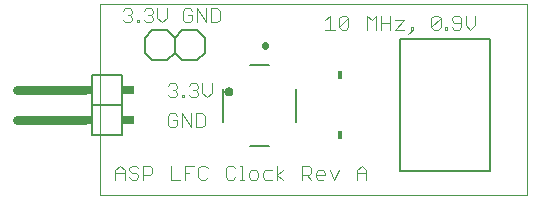
<source format=gto>
G75*
G70*
%OFA0B0*%
%FSLAX24Y24*%
%IPPOS*%
%LPD*%
%AMOC8*
5,1,8,0,0,1.08239X$1,22.5*
%
%ADD10C,0.0000*%
%ADD11C,0.0040*%
%ADD12C,0.0050*%
%ADD13C,0.0080*%
%ADD14C,0.0060*%
%ADD15C,0.0300*%
%ADD16R,0.0200X0.0300*%
%ADD17R,0.0400X0.0300*%
%ADD18R,0.0180X0.0300*%
%ADD19C,0.0220*%
D10*
X003000Y000100D02*
X003000Y006470D01*
X017242Y006470D01*
X017242Y000100D01*
X003000Y000100D01*
D11*
X003520Y000620D02*
X003520Y000927D01*
X003673Y001080D01*
X003827Y000927D01*
X003827Y000620D01*
X003980Y000697D02*
X004057Y000620D01*
X004211Y000620D01*
X004287Y000697D01*
X004287Y000773D01*
X004211Y000850D01*
X004057Y000850D01*
X003980Y000927D01*
X003980Y001004D01*
X004057Y001080D01*
X004211Y001080D01*
X004287Y001004D01*
X004441Y001080D02*
X004671Y001080D01*
X004748Y001004D01*
X004748Y000850D01*
X004671Y000773D01*
X004441Y000773D01*
X004441Y000620D02*
X004441Y001080D01*
X003827Y000850D02*
X003520Y000850D01*
X005362Y000620D02*
X005668Y000620D01*
X005822Y000620D02*
X005822Y001080D01*
X006129Y001080D01*
X006282Y001004D02*
X006282Y000697D01*
X006359Y000620D01*
X006513Y000620D01*
X006589Y000697D01*
X005975Y000850D02*
X005822Y000850D01*
X006282Y001004D02*
X006359Y001080D01*
X006513Y001080D01*
X006589Y001004D01*
X007203Y001004D02*
X007203Y000697D01*
X007280Y000620D01*
X007433Y000620D01*
X007510Y000697D01*
X007664Y000620D02*
X007817Y000620D01*
X007740Y000620D02*
X007740Y001080D01*
X007664Y001080D01*
X007510Y001004D02*
X007433Y001080D01*
X007280Y001080D01*
X007203Y001004D01*
X007970Y000850D02*
X007970Y000697D01*
X008047Y000620D01*
X008201Y000620D01*
X008277Y000697D01*
X008277Y000850D01*
X008201Y000927D01*
X008047Y000927D01*
X007970Y000850D01*
X008431Y000850D02*
X008431Y000697D01*
X008508Y000620D01*
X008738Y000620D01*
X008891Y000620D02*
X008891Y001080D01*
X008738Y000927D02*
X008508Y000927D01*
X008431Y000850D01*
X008891Y000773D02*
X009121Y000927D01*
X008891Y000773D02*
X009121Y000620D01*
X009735Y000620D02*
X009735Y001080D01*
X009965Y001080D01*
X010042Y001004D01*
X010042Y000850D01*
X009965Y000773D01*
X009735Y000773D01*
X009889Y000773D02*
X010042Y000620D01*
X010196Y000697D02*
X010196Y000850D01*
X010272Y000927D01*
X010426Y000927D01*
X010503Y000850D01*
X010503Y000773D01*
X010196Y000773D01*
X010196Y000697D02*
X010272Y000620D01*
X010426Y000620D01*
X010810Y000620D02*
X010963Y000927D01*
X010656Y000927D02*
X010810Y000620D01*
X011577Y000620D02*
X011577Y000927D01*
X011730Y001080D01*
X011884Y000927D01*
X011884Y000620D01*
X011884Y000850D02*
X011577Y000850D01*
X006498Y002447D02*
X006498Y002754D01*
X006421Y002830D01*
X006191Y002830D01*
X006191Y002370D01*
X006421Y002370D01*
X006498Y002447D01*
X006037Y002370D02*
X006037Y002830D01*
X005730Y002830D02*
X006037Y002370D01*
X005730Y002370D02*
X005730Y002830D01*
X005577Y002754D02*
X005500Y002830D01*
X005347Y002830D01*
X005270Y002754D01*
X005270Y002447D01*
X005347Y002370D01*
X005500Y002370D01*
X005577Y002447D01*
X005577Y002600D01*
X005423Y002600D01*
X005347Y003370D02*
X005270Y003447D01*
X005347Y003370D02*
X005500Y003370D01*
X005577Y003447D01*
X005577Y003523D01*
X005500Y003600D01*
X005423Y003600D01*
X005500Y003600D02*
X005577Y003677D01*
X005577Y003754D01*
X005500Y003830D01*
X005347Y003830D01*
X005270Y003754D01*
X005730Y003447D02*
X005807Y003447D01*
X005807Y003370D01*
X005730Y003370D01*
X005730Y003447D01*
X005961Y003447D02*
X006037Y003370D01*
X006191Y003370D01*
X006268Y003447D01*
X006268Y003523D01*
X006191Y003600D01*
X006114Y003600D01*
X006191Y003600D02*
X006268Y003677D01*
X006268Y003754D01*
X006191Y003830D01*
X006037Y003830D01*
X005961Y003754D01*
X006421Y003830D02*
X006421Y003523D01*
X006574Y003370D01*
X006728Y003523D01*
X006728Y003830D01*
X010520Y005620D02*
X010827Y005620D01*
X010673Y005620D02*
X010673Y006080D01*
X010520Y005927D01*
X010980Y006004D02*
X010980Y005697D01*
X011287Y006004D01*
X011287Y005697D01*
X011211Y005620D01*
X011057Y005620D01*
X010980Y005697D01*
X010980Y006004D02*
X011057Y006080D01*
X011211Y006080D01*
X011287Y006004D01*
X011901Y006080D02*
X012055Y005927D01*
X012208Y006080D01*
X012208Y005620D01*
X012362Y005620D02*
X012362Y006080D01*
X012668Y006080D02*
X012668Y005620D01*
X012822Y005620D02*
X013129Y005620D01*
X013282Y005467D02*
X013436Y005620D01*
X013359Y005620D01*
X013359Y005697D01*
X013436Y005697D01*
X013436Y005620D01*
X013129Y005927D02*
X012822Y005620D01*
X012668Y005850D02*
X012362Y005850D01*
X012822Y005927D02*
X013129Y005927D01*
X014050Y006004D02*
X014050Y005697D01*
X014357Y006004D01*
X014357Y005697D01*
X014280Y005620D01*
X014126Y005620D01*
X014050Y005697D01*
X014510Y005697D02*
X014510Y005620D01*
X014587Y005620D01*
X014587Y005697D01*
X014510Y005697D01*
X014740Y005697D02*
X014817Y005620D01*
X014970Y005620D01*
X015047Y005697D01*
X015047Y006004D01*
X014970Y006080D01*
X014817Y006080D01*
X014740Y006004D01*
X014740Y005927D01*
X014817Y005850D01*
X015047Y005850D01*
X015201Y005773D02*
X015354Y005620D01*
X015508Y005773D01*
X015508Y006080D01*
X015201Y006080D02*
X015201Y005773D01*
X014357Y006004D02*
X014280Y006080D01*
X014126Y006080D01*
X014050Y006004D01*
X011901Y006080D02*
X011901Y005620D01*
X006998Y005947D02*
X006998Y006254D01*
X006921Y006330D01*
X006691Y006330D01*
X006691Y005870D01*
X006921Y005870D01*
X006998Y005947D01*
X006537Y005870D02*
X006537Y006330D01*
X006230Y006330D02*
X006537Y005870D01*
X006230Y005870D02*
X006230Y006330D01*
X006077Y006254D02*
X006000Y006330D01*
X005847Y006330D01*
X005770Y006254D01*
X005770Y005947D01*
X005847Y005870D01*
X006000Y005870D01*
X006077Y005947D01*
X006077Y006100D01*
X005923Y006100D01*
X005228Y006023D02*
X005228Y006330D01*
X004921Y006330D02*
X004921Y006023D01*
X005074Y005870D01*
X005228Y006023D01*
X004768Y006023D02*
X004768Y005947D01*
X004691Y005870D01*
X004537Y005870D01*
X004461Y005947D01*
X004307Y005947D02*
X004307Y005870D01*
X004230Y005870D01*
X004230Y005947D01*
X004307Y005947D01*
X004077Y005947D02*
X004000Y005870D01*
X003847Y005870D01*
X003770Y005947D01*
X004000Y006100D02*
X004077Y006023D01*
X004077Y005947D01*
X004000Y006100D02*
X003923Y006100D01*
X004000Y006100D02*
X004077Y006177D01*
X004077Y006254D01*
X004000Y006330D01*
X003847Y006330D01*
X003770Y006254D01*
X004461Y006254D02*
X004537Y006330D01*
X004691Y006330D01*
X004768Y006254D01*
X004768Y006177D01*
X004691Y006100D01*
X004768Y006023D01*
X004691Y006100D02*
X004614Y006100D01*
X005362Y001080D02*
X005362Y000620D01*
D12*
X007260Y003548D02*
X007339Y003548D01*
X007260Y003548D02*
X007262Y003560D01*
X007267Y003571D01*
X007276Y003580D01*
X007287Y003585D01*
X007299Y003587D01*
X007311Y003585D01*
X007322Y003580D01*
X007331Y003571D01*
X007336Y003560D01*
X007338Y003548D01*
X007336Y003536D01*
X007331Y003525D01*
X007322Y003516D01*
X007311Y003511D01*
X007299Y003509D01*
X007287Y003511D01*
X007276Y003516D01*
X007267Y003525D01*
X007262Y003536D01*
X007260Y003548D01*
X007211Y003548D02*
X007213Y003566D01*
X007219Y003584D01*
X007228Y003600D01*
X007240Y003613D01*
X007255Y003624D01*
X007272Y003632D01*
X007290Y003636D01*
X007308Y003636D01*
X007326Y003632D01*
X007343Y003624D01*
X007358Y003613D01*
X007370Y003600D01*
X007379Y003584D01*
X007385Y003566D01*
X007387Y003548D01*
X007385Y003530D01*
X007379Y003512D01*
X007370Y003496D01*
X007358Y003483D01*
X007343Y003472D01*
X007326Y003464D01*
X007308Y003460D01*
X007290Y003460D01*
X007272Y003464D01*
X007255Y003472D01*
X007240Y003483D01*
X007228Y003496D01*
X007219Y003512D01*
X007213Y003530D01*
X007211Y003548D01*
X007181Y003548D02*
X007183Y003569D01*
X007189Y003589D01*
X007198Y003609D01*
X007210Y003626D01*
X007225Y003640D01*
X007243Y003652D01*
X007263Y003660D01*
X007283Y003665D01*
X007304Y003666D01*
X007325Y003663D01*
X007345Y003657D01*
X007364Y003646D01*
X007381Y003633D01*
X007394Y003617D01*
X007405Y003599D01*
X007413Y003579D01*
X007417Y003559D01*
X007417Y003537D01*
X007413Y003517D01*
X007405Y003497D01*
X007394Y003479D01*
X007381Y003463D01*
X007364Y003450D01*
X007345Y003439D01*
X007325Y003433D01*
X007304Y003430D01*
X007283Y003431D01*
X007263Y003436D01*
X007243Y003444D01*
X007225Y003456D01*
X007210Y003470D01*
X007198Y003487D01*
X007189Y003507D01*
X007183Y003527D01*
X007181Y003548D01*
X013000Y005300D02*
X016000Y005300D01*
X016000Y000900D01*
X013000Y000900D01*
X013000Y005300D01*
D13*
X009550Y003650D02*
X009550Y002550D01*
X008650Y001750D02*
X008000Y001750D01*
X007100Y002550D02*
X007100Y003650D01*
X008000Y004450D02*
X008650Y004450D01*
D14*
X006500Y004850D02*
X006250Y004600D01*
X005750Y004600D01*
X005500Y004850D01*
X005250Y004600D01*
X004750Y004600D01*
X004500Y004850D01*
X004500Y005350D01*
X004750Y005600D01*
X005250Y005600D01*
X005500Y005350D01*
X005750Y005600D01*
X006250Y005600D01*
X006500Y005350D01*
X006500Y004850D01*
X005500Y004850D02*
X005500Y005350D01*
X003750Y004100D02*
X002750Y004100D01*
X002750Y003100D01*
X002750Y002100D01*
X003750Y002100D01*
X003750Y003100D01*
X003750Y004100D01*
X003750Y003100D02*
X002750Y003100D01*
D15*
X002500Y002600D02*
X000250Y002600D01*
X000250Y003600D02*
X002500Y003600D01*
D16*
X002650Y003600D03*
X002650Y002600D03*
D17*
X003950Y002600D03*
X003950Y003600D03*
D18*
X011000Y004100D03*
X011000Y002100D03*
D19*
X008500Y005088D02*
X008500Y005112D01*
M02*

</source>
